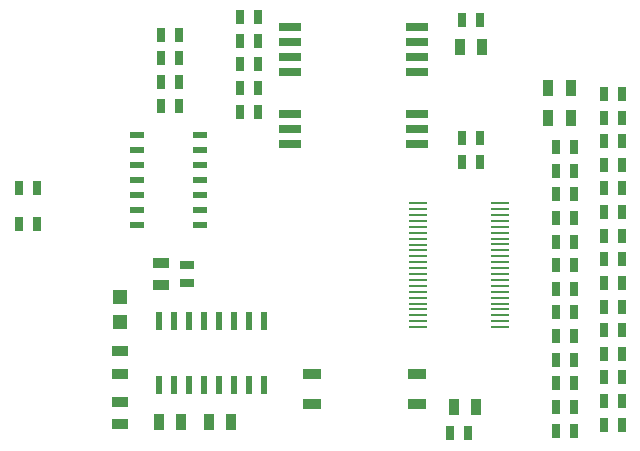
<source format=gtp>
G04 (created by PCBNEW (2013-03-15 BZR 4003)-stable) date 17/04/2013 22:03:57*
%MOIN*%
G04 Gerber Fmt 3.4, Leading zero omitted, Abs format*
%FSLAX34Y34*%
G01*
G70*
G90*
G04 APERTURE LIST*
%ADD10C,0.006*%
%ADD11R,0.059X0.0098*%
%ADD12R,0.063X0.0354*%
%ADD13R,0.0752X0.0299*%
%ADD14R,0.023622X0.0610236*%
%ADD15R,0.045X0.02*%
%ADD16R,0.055X0.035*%
%ADD17R,0.035X0.055*%
%ADD18R,0.025X0.045*%
%ADD19R,0.045X0.025*%
%ADD20R,0.0472X0.0472*%
G04 APERTURE END LIST*
G54D10*
G54D11*
X70699Y-50028D03*
X70699Y-49831D03*
X70699Y-49635D03*
X70699Y-49438D03*
X70699Y-49241D03*
X70699Y-49044D03*
X70699Y-48847D03*
X70699Y-48650D03*
X70699Y-48453D03*
X70699Y-48257D03*
X70699Y-48060D03*
X70699Y-47863D03*
X70699Y-47666D03*
X70699Y-47469D03*
X70699Y-47272D03*
X70699Y-47076D03*
X70699Y-46879D03*
X70699Y-46682D03*
X70699Y-46485D03*
X70699Y-46288D03*
X70699Y-46091D03*
X70699Y-45894D03*
X67941Y-45895D03*
X67941Y-46092D03*
X67941Y-46289D03*
X67941Y-46486D03*
X67941Y-46682D03*
X67941Y-46879D03*
X67941Y-47076D03*
X67941Y-47273D03*
X67941Y-47470D03*
X67941Y-47667D03*
X67941Y-47864D03*
X67941Y-48060D03*
X67941Y-48257D03*
X67941Y-48454D03*
X67941Y-48651D03*
X67941Y-48848D03*
X67941Y-49045D03*
X67941Y-49242D03*
X67941Y-49438D03*
X67941Y-49635D03*
X67941Y-49832D03*
X67941Y-50029D03*
G54D12*
X64421Y-52596D03*
X67921Y-52596D03*
X67921Y-51596D03*
X64421Y-51596D03*
G54D13*
X63679Y-40027D03*
X63679Y-40527D03*
X63679Y-41027D03*
X63679Y-41527D03*
X67929Y-41527D03*
X67929Y-41027D03*
X67929Y-40527D03*
X67929Y-40027D03*
X67925Y-43935D03*
X67925Y-43435D03*
X67925Y-42935D03*
X63675Y-42935D03*
X63675Y-43435D03*
X63675Y-43935D03*
G54D14*
X59303Y-49815D03*
X60303Y-49815D03*
X60803Y-49815D03*
X61303Y-49815D03*
X61803Y-49815D03*
X62303Y-49815D03*
X62803Y-49815D03*
X62803Y-51965D03*
X62303Y-51965D03*
X61803Y-51965D03*
X61303Y-51965D03*
X60803Y-51965D03*
X60303Y-51965D03*
X59803Y-51965D03*
X59303Y-51965D03*
X59803Y-49815D03*
G54D15*
X58575Y-43608D03*
X58575Y-44108D03*
X58575Y-44608D03*
X58575Y-45108D03*
X58575Y-45608D03*
X58575Y-46108D03*
X58575Y-46608D03*
X60675Y-46608D03*
X60675Y-46108D03*
X60675Y-45608D03*
X60675Y-45108D03*
X60675Y-44608D03*
X60675Y-44108D03*
X60675Y-43608D03*
G54D16*
X58001Y-53258D03*
X58001Y-52508D03*
G54D17*
X73042Y-43041D03*
X72292Y-43041D03*
X73042Y-42057D03*
X72292Y-42057D03*
X69892Y-52687D03*
X69142Y-52687D03*
X70089Y-40679D03*
X69339Y-40679D03*
X60050Y-53179D03*
X59300Y-53179D03*
X61723Y-53179D03*
X60973Y-53179D03*
G54D16*
X58001Y-50835D03*
X58001Y-51585D03*
X59379Y-48632D03*
X59379Y-47882D03*
G54D18*
X73164Y-48750D03*
X72564Y-48750D03*
X73164Y-51899D03*
X72564Y-51899D03*
X73164Y-51112D03*
X72564Y-51112D03*
X73164Y-50324D03*
X72564Y-50324D03*
X59375Y-42647D03*
X59975Y-42647D03*
X70014Y-39793D03*
X69414Y-39793D03*
X62032Y-42844D03*
X62632Y-42844D03*
X73164Y-53474D03*
X72564Y-53474D03*
X73164Y-49537D03*
X72564Y-49537D03*
X73164Y-44025D03*
X72564Y-44025D03*
X73164Y-44812D03*
X72564Y-44812D03*
X73164Y-52687D03*
X72564Y-52687D03*
X73164Y-45600D03*
X72564Y-45600D03*
X73164Y-46387D03*
X72564Y-46387D03*
X73164Y-47175D03*
X72564Y-47175D03*
X73164Y-47962D03*
X72564Y-47962D03*
X74738Y-49340D03*
X74138Y-49340D03*
X74738Y-52490D03*
X74138Y-52490D03*
X74738Y-51702D03*
X74138Y-51702D03*
X74738Y-50915D03*
X74138Y-50915D03*
X74738Y-50127D03*
X74138Y-50127D03*
X62032Y-39694D03*
X62632Y-39694D03*
X74738Y-48553D03*
X74138Y-48553D03*
X62032Y-42057D03*
X62632Y-42057D03*
X62632Y-41269D03*
X62032Y-41269D03*
X62632Y-40482D03*
X62032Y-40482D03*
X59375Y-41072D03*
X59975Y-41072D03*
X69414Y-43730D03*
X70014Y-43730D03*
X59375Y-40285D03*
X59975Y-40285D03*
X59375Y-41860D03*
X59975Y-41860D03*
X74738Y-47765D03*
X74138Y-47765D03*
X54650Y-46584D03*
X55250Y-46584D03*
X74138Y-43041D03*
X74738Y-43041D03*
X74138Y-42253D03*
X74738Y-42253D03*
G54D19*
X60265Y-47957D03*
X60265Y-48557D03*
G54D18*
X69414Y-44517D03*
X70014Y-44517D03*
X69020Y-53572D03*
X69620Y-53572D03*
X74738Y-43828D03*
X74138Y-43828D03*
X54650Y-45403D03*
X55250Y-45403D03*
X74738Y-53277D03*
X74138Y-53277D03*
X74738Y-44616D03*
X74138Y-44616D03*
X74738Y-45403D03*
X74138Y-45403D03*
X74738Y-46190D03*
X74138Y-46190D03*
X74738Y-46978D03*
X74138Y-46978D03*
G54D20*
X58001Y-49851D03*
X58001Y-49025D03*
M02*

</source>
